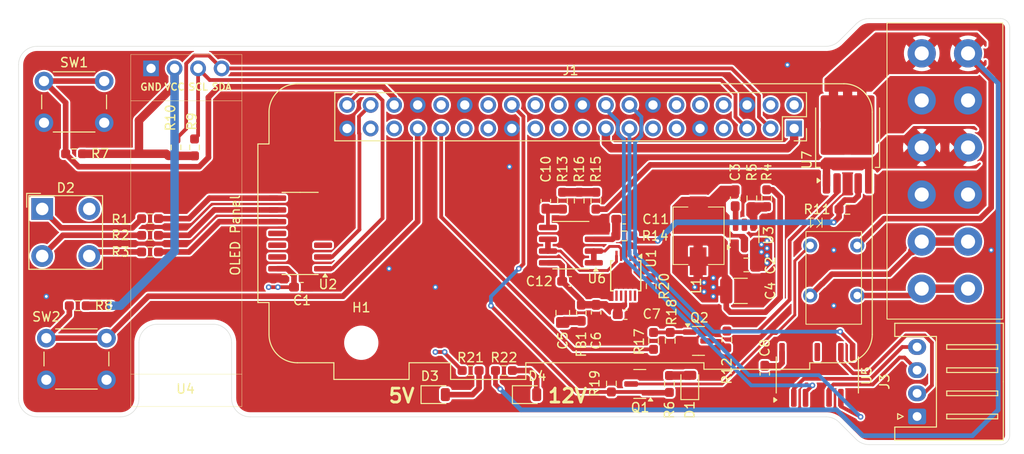
<source format=kicad_pcb>
(kicad_pcb (version 20240108) (generator "pcbnew") (generator_version "8.0")
  (layers (0 "F.Cu" signal) (1 "In1.Cu" signal) (2 "In2.Cu" signal) (31 "B.Cu" signal) (34 "B.Paste" user) (35 "F.Paste" user) (36 "B.SilkS" user "B.Silkscreen") (37 "F.SilkS" user "F.Silkscreen") (38 "B.Mask" user) (39 "F.Mask" user) (44 "Edge.Cuts" user))
  (net 0 "")
  (net 2 "/WDT_EN")
  (net 5 "/DRIVE_PS_EN")
  (net 18 "GND")
  (net 19 "+5V")
  (net 20 "+12V")
  (net 21 "Net-(U3-BST)")
  (net 22 "Net-(U3-SW)")
  (net 23 "+5VA")
  (net 24 "Net-(D1-A)")
  (net 25 "Net-(D2-RK)")
  (net 26 "Net-(D2-GK)")
  (net 27 "Net-(D2-BK)")
  (net 28 "Net-(Q1-D)")
  (net 29 "+12L")
  (net 30 "Net-(U2-BOUT)")
  (net 31 "Net-(U2-GOUT)")
  (net 32 "Net-(U2-ROUT)")
  (net 33 "Net-(U3-FB)")
  (net 34 "+3.3V")
  (net 35 "/ANA_MEAS_CURR")
  (net 36 "/ANA_MEAS_VOL")
  (net 45 "Net-(J3-Pin_3)")
  (net 46 "Net-(J3-Pin_4)")
  (net 47 "Net-(J3-Pin_2)")
  (net 49 "Net-(U6B-+)")
  (net 50 "Net-(U6A-+)")
  (net 51 "Net-(R13-Pad2)")
  (net 52 "Net-(Q2-B)")
  (net 53 "Net-(Q2-C)")
  (net 54 "/I_SENSE")
  (net 55 "Net-(U7-IN)")
  (net 56 "Net-(D3-A)")
  (net 57 "/BTN_1")
  (net 58 "/IN_LED_Y")
  (net 59 "/IN_LED_R")
  (net 60 "/IN_LED_G")
  (net 61 "/SPI_SCLK")
  (net 62 "/SPI_MOSI")
  (net 63 "/I2C_SCL")
  (net 64 "/BTN_2")
  (net 65 "/I2C_SDA")
  (net 66 "/WDT_P1")
  (net 67 "/WDT_P2")
  (net 68 "Net-(D4-A)")
  (net 69 "Net-(U1-ADDR)")
  (footprint "Resistor_SMD:R_0603_1608Metric_Pad0.98x0.95mm_HandSolder" (layer "F.Cu") (at 143 86.4 -90)
    (property "Reference" "R19")
    (property "Value" "0R")
  )
  (footprint "Button_Switch_THT:SW_PUSH_6mm_H8mm" (layer "F.Cu") (at 82 81.5)
    (property "Reference" "SW2")
    (property "Value" "SW_Push")
  )
  (footprint "Connector_JST:JST_XH_S4B-XH-A_1x04_P2.50mm_Horizontal" (layer "F.Cu") (at 176 89.96 90)
    (property "Reference" "J3")
    (property "Value" "Conn_01x04")
  )
  (footprint "LED_SMD:LED_0805_2012Metric" (layer "F.Cu") (at 134 87.6)
    (property "Reference" "D4")
    (property "Value" "LED")
  )
  (footprint "Resistor_SMD:R_0603_1608Metric_Pad0.98x0.95mm_HandSolder" (layer "F.Cu") (at 141.325 66.665 90)
    (property "Reference" "R15")
    (property "Value" "82k")
  )
  (footprint "LED_SMD:LED_0805_2012Metric" (layer "F.Cu") (at 151.4625 86.45 90)
    (property "Reference" "D1")
    (property "Value" "LED")
  )
  (footprint "Resistor_SMD:R_0603_1608Metric_Pad0.98x0.95mm_HandSolder" (layer "F.Cu") (at 137.725 66.665 90)
    (property "Reference" "R13")
    (property "Value" "1k5")
  )
  (footprint "Package_SO:TSSOP-10_3x3mm_P0.5mm" (layer "F.Cu") (at 144.55 74.77 -90)
    (property "Reference" "U1")
    (property "Value" "ADS1015IDGS")
  )
  (footprint "Package_TO_SOT_SMD:TSOT-23-6" (layer "F.Cu") (at 157.3625 70.4 90)
    (property "Reference" "U3")
    (property "Value" "AP62150WU")
  )
  (footprint "Capacitor_SMD:C_0603_1608Metric_Pad1.08x0.95mm_HandSolder" (layer "F.Cu") (at 138.55 75.37 180)
    (property "Reference" "C12")
    (property "Value" "100nF")
  )
  (footprint "Capacitor_SMD:C_0603_1608Metric_Pad1.08x0.95mm_HandSolder" (layer "F.Cu") (at 109.6 76 180)
    (property "Reference" "C1")
    (property "Value" "100nF")
  )
  (footprint "Resistor_SMD:R_0603_1608Metric_Pad0.98x0.95mm_HandSolder" (layer "F.Cu") (at 131.4 85 180)
    (property "Reference" "R22")
    (property "Value" "1k")
  )
  (footprint "Capacitor_SMD:C_0603_1608Metric_Pad1.08x0.95mm_HandSolder" (layer "F.Cu") (at 135.925 66.665 -90)
    (property "Reference" "C10")
    (property "Value" "100nF")
  )
  (footprint "Resistor_SMD:R_0603_1608Metric_Pad0.98x0.95mm_HandSolder" (layer "F.Cu") (at 127.8 85 180)
    (property "Reference" "R21")
    (property "Value" "220R")
  )
  (footprint "Resistor_SMD:R_0603_1608Metric_Pad0.98x0.95mm_HandSolder" (layer "F.Cu") (at 149.35 81.8 -90)
    (property "Reference" "R18")
    (property "Value" "33k")
  )
  (footprint "Package_TO_SOT_SMD:SOT-23" (layer "F.Cu") (at 146.0625 86.45 180)
    (property "Reference" "Q1")
    (property "Value" "DMN61D8LQ")
  )
  (footprint "athanniss-terminal:Terminal_Block_SERIES 4115_5.08_Spring_6POS" (layer "F.Cu") (at 179 63.46 180)
    (property "Reference" "J2" (hide yes))
    (property "Value" "Screw_Terminal_01x06")
  )
  (footprint "Resistor_SMD:R_0603_1608Metric_Pad0.98x0.95mm_HandSolder" (layer "F.Cu") (at 96 60.9125 90)
    (property "Reference" "R10")
    (property "Value" "4k7")
  )
  (footprint "Resistor_SMD:R_0603_1608Metric_Pad0.98x0.95mm_HandSolder" (layer "F.Cu") (at 139.525 66.665 -90)
    (property "Reference" "R16")
    (property "Value" "33k")
  )
  (footprint "Resistor_SMD:R_0603_1608Metric_Pad0.98x0.95mm_HandSolder" (layer "F.Cu") (at 149.2625 86.45 -90)
    (property "Reference" "R6")
    (property "Value" "220R")
  )
  (footprint "MountingHole:MountingHole_3.2mm_M3_DIN965" (layer "F.Cu") (at 116 82)
    (property "Reference" "H1")
    (property "Value" "MountingHole")
  )
  (footprint "Package_SO:SO-14_3.9x8.65mm_P1.27mm" (layer "F.Cu") (at 109.4 70.2 180)
    (property "Reference" "U2")
    (property "Value" "WS2801SO")
  )
  (footprint "Inductor_SMD:L_0603_1608Metric_Pad1.05x0.95mm_HandSolder" (layer "F.Cu") (at 139.75 78.77 90)
    (property "Reference" "FB1")
    (property "Value" "MMZ1608B121CTAH0")
  )
  (footprint "Resistor_SMD:R_0603_1608Metric_Pad0.98x0.95mm_HandSolder" (layer "F.Cu") (at 85 61.6)
    (property "Reference" "R7")
    (property "Value" "10k")
  )
  (footprint "athanniss-lcd:SSD1306-0.91-OLED-4pin-128x32" (layer "F.Cu") (at 91.115 88.885 90)
    (property "Reference" "U4")
    (property "Value" "~")
  )
  (footprint "Package_TO_SOT_SMD:TO-252-4" (layer "F.Cu") (at 168.5 59.76 90)
    (property "Reference" "U7")
    (property "Value" "BTS6143D")
  )
  (footprint "Resistor_SMD:R_0603_1608Metric_Pad0.98x0.95mm_HandSolder" (layer "F.Cu") (at 144.3875 70.465)
    (property "Reference" "R14")
    (property "Value" "1k5")
  )
  (footprint "Resistor_SMD:R_0603_1608Metric_Pad0.98x0.95mm_HandSolder" (layer "F.Cu") (at 155.4625 81.65 -90)
    (property "Reference" "R12")
    (property "Value" "33k")
  )
  (footprint "Resistor_SMD:R_0603_1608Metric_Pad0.98x0.95mm_HandSolder" (layer "F.Cu") (at 93.2 70.4 180)
    (property "Reference" "R2")
    (property "Value" "120R")
  )
  (footprint "Capacitor_SMD:C_1210_3225Metric_Pad1.33x2.70mm_HandSolder" (layer "F.Cu") (at 156.9625 76.4 180)
    (property "Reference" "C4")
    (property "Value" "22uF")
  )
  (footprint "Capacitor_SMD:C_0805_2012Metric_Pad1.18x1.45mm_HandSolder" (layer "F.Cu") (at 137.75 78.77 -90)
    (property "Reference" "C5")
    (property "Value" "10uF")
  )
  (footprint "Capacitor_SMD:C_0603_1608Metric_Pad1.08x0.95mm_HandSolder" (layer "F.Cu") (at 141.35 78.77 90)
    (property "Reference" "C6")
    (property "Value" "100nF")
  )
  (footprint "LED_SMD:LED_0805_2012Metric" (layer "F.Cu") (at 124.1375 87.6)
    (property "Reference" "D3")
    (property "Value" "LED")
  )
  (footprint "Resistor_SMD:R_0603_1608Metric_Pad0.98x0.95mm_HandSolder" (layer "F.Cu") (at 159.7625 66.4 -90)
    (property "Reference" "R4")
    (property "Value" "52.3k")
  )
  (footprint "Resistor_SMD:R_0603_1608Metric_Pad0.98x0.95mm_HandSolder" (layer "F.Cu") (at 147.55 81.8 90)
    (property "Reference" "R17")
    (property "Value" "33k")
  )
  (footprint "athaniss-device:Raspberry_Pi_Zero_Socketed_THT_FaceDown_MountingHoles_DupontStandoff_Model" (layer "F.Cu") (at 162.73 58.87 -90)
    (property "Reference" "J1")
    (property "Value" "Raspberry_Pi_2_3")
  )
  (footprint "Resistor_SMD:R_0603_1608Metric_Pad0.98x0.95mm_HandSolder" (layer "F.Cu") (at 147.3 75.9 90)
    (property "Reference" "R20")
    (property "Value" "0R")
  )
  (footprint "Resistor_SMD:R_0603_1608Metric_Pad0.98x0.95mm_HandSolder" (layer "F.Cu") (at 158.1625 66.4 90)
    (property "Reference" "R5")
    (property "Value" "10k")
  )
  (footprint "Capacitor_SMD:C_0603_1608Metric_Pad1.08x0.95mm_HandSolder" (layer "F.Cu") (at 144.3875 68.665 180)
    (property "Reference" "C11")
    (property "Value" "100nF")
  )
  (footprint "Resistor_SMD:R_0603_1608Metric_Pad0.98x0.95mm_HandSolder" (layer "F.Cu") (at 93.2 68.6 180)
    (property "Reference" "R1")
    (property "Value" "70R")
  )
  (footprint "Capacitor_SMD:C_0805_2012Metric_Pad1.18x1.45mm_HandSolder" (layer "F.Cu") (at 157.5625 73.6)
    (property "Reference" "C2")
    (property "Value" "10uF")
  )
  (footprint "Resistor_SMD:R_0603_1608Metric_Pad0.98x0.95mm_HandSolder" (layer "F.Cu") (at 85.4 78)
    (property "Reference" "R8")
    (property "Value" "10k")
  )
  (footprint "Button_Switch_THT:SW_PUSH_6mm_H8mm" (layer "F.Cu") (at 81.75 53.75)
    (property "Reference" "SW1")
    (property "Value" "SW_Push")
  )
  (footprint "athanniss-inductor:L_Wuerth_WE-LHMI-Typ" (layer "F.Cu") (at 152.3625 70.45 -90)
    (property "Reference" "L1")
    (property "Value" "3.3uH")
  )
  (footprint "Resistor_SMD:R_0603_1608Metric_Pad0.98x0.95mm_HandSolder" (layer "F.Cu") (at 93.2 72.2 180)
    (property "Reference" "R3")
    (property "Value" "120R")
  )
  (footprint "Resistor_SMD:R_0603_1608Metric_Pad0.98x0.95mm_HandSolder" (layer "F.Cu") (at 98 60.9125 90)
    (property "Reference" "R9")
    (property "Value" "4k7")
  )
  (footprint "Package_TO_SOT_SMD:SOT-23" (layer "F.Cu") (at 152.4 81.8)
    (property "Reference" "Q2")
    (property "Value" "MMBT3904")
  )
  (footprint "Package_SO:SOIC-14_3.9x8.7mm_P1.27mm" (layer "F.Cu") (at 165.23 85.475 90)
    (property "Reference" "U5")
    (property "Value" "SN74HCS125")
  )
  (footprint "athaniss-device:LED_BL-FL7680RGB" (layer "F.Cu") (at 81.555 67.555)
    (property "Reference" "D2")
    (property "Value" "LED_BGRA")
  )
  (footprint "Package_SO:SOIC-8_3.9x4.9mm_P1.27mm" (layer "F.Cu") (at 138.625 71.465 180)
    (property "Reference" "U6")
    (property "Value" "MCP602")
  )
  (footprint "Capacitor_SMD:C_0603_1608Metric_Pad1.08x0.95mm_HandSolder" (layer "F.Cu") (at 156.3625 66.4 90)
    (property "Reference" "C3")
    (property "Value" "100nF")
  )
  (footprint "athanniss-relay:IMB06CTS" (layer "F.Cu") (at 167 75 -90)
    (property "Reference" "K1")
    (property "Value" "Relay_SPST-NO")
  )
  (footprint "Resistor_SMD:R_0603_1608Metric_Pad0.98x0.95mm_HandSolder" (layer "F.Cu") (at 168.4875 67.6)
    (property "Reference" "R11")
    (property "Value" "33k")
  )
  (footprint "Capacitor_SMD:C_0603_1608Metric_Pad1.08x0.95mm_HandSolder" (layer "F.Cu") (at 144.55 78.97 180)
    (property "Reference" "C7")
    (property "Value" "100nF")
  )
  (footprint "Capacitor_SMD:C_0603_1608Metric_Pad1.08x0.95mm_HandSolder" (layer "F.Cu") (at 159.56 85.35 90)
    (property "Reference" "C8")
    (property "Value" "100nF")
  )
  (gr_arc (start 169.414214 47.585786) (mid 170.063062 47.15225) (end 170.828427 47) (stroke (width 0.05)) (layer "Edge.Cuts"))
  (gr_arc (start 185 47) (mid 185.707107 47.292893) (end 186 48) (stroke (width 0.05)) (layer "Edge.Cuts"))
  (gr_arc (start 100 80) (mid 101.414214 80.585786) (end 102 82) (stroke (width 0.05)) (layer "Edge.Cuts"))
  (gr_line (start 167.585787 90.585787) (end 169.414214 92.414214) (stroke (width 0.05)) (layer "Edge.Cuts"))
  (gr_arc (start 79 52) (mid 79.585786 50.585786) (end 81 50) (stroke (width 0.05)) (layer "Edge.Cuts"))
  (gr_line (start 104 90) (end 166.171573 90) (stroke (width 0.05)) (layer "Edge.Cuts"))
  (gr_arc (start 92 88) (mid 91.414214 89.414214) (end 90 90) (stroke (width 0.05)) (layer "Edge.Cuts"))
  (gr_line (start 81 50) (end 166.171573 50) (stroke (width 0.05)) (layer "Edge.Cuts"))
  (gr_arc (start 92 82) (mid 92.585786 80.585786) (end 94 80) (stroke (width 0.05)) (layer "Edge.Cuts"))
  (gr_line (start 94 80) (end 100 80) (stroke (width 0.05)) (layer "Edge.Cuts"))
  (gr_line (start 186 48) (end 186 92) (stroke (width 0.05)) (layer "Edge.Cuts"))
  (gr_arc (start 166.171573 90) (mid 166.936946 90.152232) (end 167.585787 90.585787) (stroke (width 0.05)) (layer "Edge.Cuts"))
  (gr_line (start 90 90) (end 81 90) (stroke (width 0.05)) (layer "Edge.Cuts"))
  (gr_line (start 170.828427 47) (end 185 47) (stroke (width 0.05)) (layer "Edge.Cuts"))
  (gr_arc (start 186 92) (mid 185.707107 92.707107) (end 185 93) (stroke (width 0.05)) (layer "Edge.Cuts"))
  (gr_arc (start 81 90) (mid 79.585786 89.414214) (end 79 88) (stroke (width 0.05)) (layer "Edge.Cuts"))
  (gr_arc (start 104 90) (mid 102.585786 89.414214) (end 102 88) (stroke (width 0.05)) (layer "Edge.Cuts"))
  (gr_line (start 167.585787 49.414213) (end 169.414214 47.585786) (stroke (width 0.05)) (layer "Edge.Cuts"))
  (gr_arc (start 167.585787 49.414213) (mid 166.936939 49.84775) (end 166.171573 50) (stroke (width 0.05)) (layer "Edge.Cuts"))
  (gr_line (start 102 82) (end 102 88) (stroke (width 0.05)) (layer "Edge.Cuts"))
  (gr_line (start 170.828427 93) (end 185 93) (stroke (width 0.05)) (layer "Edge.Cuts"))
  (gr_line (start 79 52) (end 79 88) (stroke (width 0.05)) (layer "Edge.Cuts"))
  (gr_line (start 92 88) (end 92 82) (stroke (width 0.05)) (layer "Edge.Cuts"))
  (gr_arc (start 170.828427 93) (mid 170.063055 92.847768) (end 169.414214 92.414214) (stroke (width 0.05)) (layer "Edge.Cuts"))
  (gr_text "12V" (at 136 88.6 0) (layer "F.SilkS") (effects (font (size 1.5 1.5) (thickness 0.3) (bold yes)) (justify left bottom)))
  (gr_text "5V" (at 118.8 88.6 0) (layer "F.SilkS") (effects (font (size 1.5 1.5) (thickness 0.3) (bold yes)) (justify left bottom)))
  (segment (start 132.25 56.33) (end 133.5032 57.5832) (width 0.4064) (layer "F.Cu") (net 2))
  (segment (start 143 87.3125) (end 146.9125 87.3125) (width 0.4064) (layer "F.Cu") (net 2))
  (segment (start 147 87.4) (end 149.225 87.4) (width 0.6096) (layer "F.Cu") (net 2))
  (segment (start 139.3125 87.3125) (end 143 87.3125) (width 0.4064) (layer "F.Cu") (net 2))
  (segment (start 133.5032 57.5832) (end 133.5032 73.4968) (width 0.4064) (layer "F.Cu") (net 2))
  (segment (start 130 78) (end 139.3125 87.3125) (width 0.4064) (layer "F.Cu") (net 2))
  (segment (start 149.225 87.4) (end 149.2625 87.3625) (width 0.6096) (layer "F.Cu") (net 2))
  (segment (start 133.5032 73.4968) (end 133 74) (width 0.4064) (layer "F.Cu") (net 2))
  (segment (start 146.9125 87.3125) (end 147 87.4) (width 0.4064) (layer "F.Cu") (net 2))
  (via (at 130 78) (size 0.6) (drill 0.3) (layers "F.Cu" "B.Cu") (net 2))
  (via (at 133 74) (size 0.6) (drill 0.3) (layers "F.Cu" "B.Cu") (net 2))
  (segment (start 130 77) (end 130 78) (width 0.4064) (layer "B.Cu") (net 2))
  (segment (start 133 74) (end 130 77) (width 0.4064) (layer "B.Cu") (net 2))
  (segment (start 138.911808 82.7125) (end 124.63 68.430692) (width 0.4064) (layer "F.Cu") (net 5))
  (segment (start 124.63 68.430692) (end 124.63 58.87) (width 0.4064) (layer "F.Cu") (net 5))
  (segment (start 147.55 82.7125) (end 138.911808 82.7125) (width 0.4064) (layer "F.Cu") (net 5))
  (via (at 167 78) (size 0.6) (drill 0.3) (layers "F.Cu" "B.Cu") (net 18))
  (via (at 167 72) (size 0.6) (drill 0.3) (layers "F.Cu" "B.Cu") (net 18))
  (via (at 82 77) (size 0.6) (drill 0.3) (layers "F.Cu" "B.Cu") (net 18))
  (via (at 184 72) (size 0.6) (drill 0.3) (layers "F.Cu" "B.Cu") (net 18))
  (via (at 124 76) (size 0.6) (drill 0.3) (layers "F.Cu" "B.Cu") (net 18))
  (via (at 132 63) (size 0.6) (drill 0.3) (layers "F.Cu" "B.Cu") (net 18))
  (via (at 162 52) (size 0.6) (drill 0.3) (layers "F.Cu" "B.Cu") (net 18))
  (via (at 119 74) (size 0.6) (drill 0.3) (layers "F.Cu" "B.Cu") (net 18))
  (segment (start 106.925 74.01) (end 108.01 74.01) (width 0.6096) (layer "F.Cu") (net 19))
  (segment (start 139.75 79.645) (end 137.9125 79.645) (width 0.9144) (layer "F.Cu") (net 19))
  (segment (start 137.9125 79.645) (end 137.75 79.8075) (width 0.9144) (layer "F.Cu") (net 19))
  (segment (start 108.01 74.01) (end 108.7375 74.7375) (width 0.6096) (layer "F.Cu") (net 19))
  (segment (start 155.825 78.7) (end 155.4 78.275) (width 0.6096) (layer "F.Cu") (net 19))
  (segment (start 108.7375 74.7375) (end 108.7375 76) (width 0.6096) (layer "F.Cu") (net 19))
  (segment (start 125 83.1125) (end 126.8875 85) (width 0.4064) (layer "F.Cu") (net 19))
  (segment (start 160.4125 65.4875) (end 161.225 66.3) (width 0.6096) (layer "F.Cu") (net 19))
  (segment (start 159.625 78.7) (end 155.825 78.7) (width 0.6096) (layer "F.Cu") (net 19))
  (segment (start 107 76) (end 108.7375 76) (width 0.4064) (layer "F.Cu") (net 19))
  (segment (start 161.2182 77.1068) (end 159.625 78.7) (width 0.6096) (layer "F.Cu") (net 19))
  (segment (start 124 83) (end 125 83) (width 0.4064) (layer "F.Cu") (net 19))
  (segment (start 161.225 66.3) (end 161.2182 66.3068) (width 0.6096) (layer "F.Cu") (net 19))
  (segment (start 159.7625 65.4875) (end 160.4125 65.4875) (width 0.6096) (layer "F.Cu") (net 19))
  (segment (start 155.4 78.275) (end 155.4 76.4) (width 0.6096) (layer "F.Cu") (net 19))
  (segment (start 161.2182 66.3068) (end 161.2182 77.1068) (width 0.6096) (layer "F.Cu") (net 19))
  (segment (start 106 76) (end 107 76) (width 0.4064) (layer "F.Cu") (net 19))
  (segment (start 125 83) (end 125 83.1125) (width 0.4064) (layer "F.Cu") (net 19))
  (via (at 154 77) (size 0.6) (drill 0.3) (layers "F.Cu" "B.Cu") (net 19))
  (via (at 124 83) (size 0.6) (drill 0.3) (layers "F.Cu" "B.Cu") (net 19))
  (via (at 153 75.5) (size 0.6) (drill 0.3) (layers "F.Cu" "B.Cu") (net 19))
  (via (at 106 76) (size 0.6) (drill 0.3) (layers "F.Cu" "B.Cu") (net 19))
  (via (at 107 76) (size 0.6) (drill 0.3) (layers "F.Cu" "B.Cu") (net 19))
  (via (at 154 75) (size 0.6) (drill 0.3) (layers "F.Cu" "B.Cu") (net 19))
  (via (at 152 76) (size 0.6) (drill 0.3) (layers "F.Cu" "B.Cu") (net 19))
  (via (at 153 76.5) (size 0.6) (drill 0.3) (layers "F.Cu" "B.Cu") (net 19))
  (via (at 154 76) (size 0.6) (drill 0.3) (layers "F.Cu" "B.Cu") (net 19))
  (via (at 125 83) (size 0.6) (drill 0.3) (layers "F.Cu" "B.Cu") (net 19))
  (segment (start 172.44 68.6) (end 182.8 68.6) (width 0.6096) (layer "F.Cu") (net 20))
  (segment (start 169.54 71.5) (end 172.44 68.6) (width 0.6096) (layer "F.Cu") (net 20))
  (segment (start 181.5 51.1) (end 181.5 50.76) (width 0.6096) (layer "F.Cu") (net 20))
  (segment (start 130.4875 86.4875) (end 131 87) (width 0.508) (layer "F.Cu") (net 20))
  (segment (start 184 53.6) (end 181.5 51.1) (width 0.6096) (layer "F.Cu") (net 20))
  (segment (start 182.8 68.6) (end 184 67.4) (width 0.6096) (layer "F.Cu") (net 20))
  (segment (start 184 67.4) (end 184 53.6) (width 0.6096) (layer "F.Cu") (net 20))
  (segment (start 130.4875 85) (end 130.4875 86.4875) (width 0.508) (layer "F.Cu") (net 20))
  (via (at 159.8 71) (size 0.6) (drill 0.3) (layers "F.Cu" "B.Cu") (net 20))
  (via (at 159.8 71.8) (size 0.6) (drill 0.3) (layers "F.Cu" "B.Cu") (net 20))
  (via (at 159.8 72.6) (size 0.6) (drill 0.3) (layers "F.Cu" "B.Cu") (net 20))
  (via (at 131 87) (size 0.6) (drill 0.3) (layers "F.Cu" "B.Cu") (net 20))
  (via (at 159.8 73.4) (size 0.6) (drill 0.3) (layers "F.Cu" "B.Cu") (net 20))
  (via (at 159.2 72.2) (size 0.6) (drill 0.3) (layers "F.Cu" "B.Cu") (net 20))
  (via (at 159.2 71.4) (size 0.6) (drill 0.3) (layers "F.Cu" "B.Cu") (net 20))
  (segment (start 131 87) (end 133.236179 89.236179) (width 0.508) (layer "B.Cu") (net 20))
  (segment (start 181.967635 92.032365) (end 184.754 89.246) (width 0.508) (layer "B.Cu") (net 20))
  (segment (start 170.138637 92.032365) (end 181.967635 92.032365) (width 0.508) (layer "B.Cu") (net 20))
  (segment (start 184.754 54.014) (end 181.5 50.76) (width 0.508) (layer "B.Cu") (net 20))
  (segment (start 133.236179 89.236179) (end 167.302497 89.236179) (width 0.508) (layer "B.Cu") (net 20))
  (segment (start 169.370272 91.264) (end 170.138637 92.032365) (width 0.508) (layer "B.Cu") (net 20))
  (segment (start 167.302497 89.236179) (end 169.330318 91.264) (width 0.508) (layer "B.Cu") (net 20))
  (segment (start 184.754 89.246) (end 184.754 54.014) (width 0.508) (layer "B.Cu") (net 20))
  (segment (start 169.330318 91.264) (end 169.370272 91.264) (width 0.508) (layer "B.Cu") (net 20))
  (segment (start 156.4125 67.3125) (end 156.3625 67.2625) (width 0.6096) (layer "F.Cu") (net 21))
  (segment (start 156.4125 69.2625) (end 156.4125 67.3125) (width 0.6096) (layer "F.Cu") (net 21))
  (segment (start 137.6875 73.6875) (end 137.6875 75.37) (width 0.6096) (layer "F.Cu") (net 23))
  (segment (start 136.15 73.37) (end 137.37 73.37) (width 0.6096) (layer "F.Cu") (net 23))
  (segment (start 137.37 73.37) (end 137.6875 73.6875) (width 0.6096) (layer "F.Cu") (net 23))
  (segment (start 139.75 77.4325) (end 139.75 77.895) (width 0.6096) (layer "F.Cu") (net 23))
  (segment (start 137.6875 75.37) (end 139.75 77.4325) (width 0.6096) (layer "F.Cu") (net 23))
  (segment (start 149.2625 85.5375) (end 151.4375 85.5375) (width 0.9144) (layer "F.Cu") (net 24))
  (segment (start 151.4375 85.5375) (end 151.4625 85.5125) (width 0.9144) (layer "F.Cu") (net 24))
  (segment (start 87.07 72.2) (end 86.635 72.635) (width 0.6096) (layer "F.Cu") (net 25))
  (segment (start 92.2875 72.2) (end 87.07 72.2) (width 0.6096) (layer "F.Cu") (net 25))
  (segment (start 83.79 70.4) (end 81.555 72.635) (width 0.6096) (layer "F.Cu") (net 26))
  (segment (start 92.2875 70.4) (end 83.79 70.4) (width 0.6096) (layer "F.Cu") (net 26))
  (segment (start 83.5904 69.5904) (end 81.555 67.555) (width 0.6096) (layer "F.Cu") (net 27))
  (segment (start 92.2875 68.6) (end 91.2971 69.5904) (width 0.6096) (layer "F.Cu") (net 27))
  (segment (start 91.2971 69.5904) (end 83.5904 69.5904) (width 0.6096) (layer "F.Cu") (net 27))
  (segment (start 145.125 86.45) (end 154.95 86.45) (width 0.3048) (layer "F.Cu") (net 28))
  (segment (start 162.8 73.16) (end 164.46 71.5) (width 0.3048) (layer "F.Cu") (net 28))
  (segment (start 160.4 81) (end 160.8 81) (width 0.3048) (layer "F.Cu") (net 28))
  (segment (start 154.95 86.45) (end 160.4 81) (width 0.3048) (layer "F.Cu") (net 28))
  (segment (start 162.8 79) (end 162.8 73.16) (width 0.3048) (layer "F.Cu") (net 28))
  (segment (start 160.8 81) (end 162.8 79) (width 0.3048) (layer "F.Cu") (net 28))
  (segment (start 141.325 67.5775) (end 142.4225 67.5775) (width 0.6096) (layer "F.Cu") (net 29))
  (segment (start 147.2 62.8) (end 165.8 62.8) (width 0.6096) (layer "F.Cu") (net 29))
  (segment (start 165.8 62.8) (end 166.22 63.22) (width 0.6096) (layer "F.Cu") (net 29))
  (segment (start 142.4225 67.5775) (end 147.2 62.8) (width 0.6096) (layer "F.Cu") (net 29))
  (segment (start 166.22 63.22) (end 166.22 64.8) (width 0.6096) (layer "F.Cu") (net 29))
  (segment (start 99.61 66.39) (end 106.925 66.39) (width 0.6096) (layer "F.Cu") (net 30))
  (segment (start 97.4 68.6) (end 99.61 66.39) (width 0.6096) (layer "F.Cu") (net 30))
  (segment (start 94.1125 68.6) (end 97.4 68.6) (width 0.6096) (layer "F.Cu") (net 30))
  (segment (start 94.1125 70.4) (end 97.4 70.4) (width 0.6096) (layer "F.Cu") (net 31))
  (segment (start 97.4 70.4) (end 100.14 67.66) (width 0.6096) (layer "F.Cu") (net 31))
  (segment (start 100.14 67.66) (end 106.925 67.66) (width 0.6096) (layer "F.Cu") (net 31))
  (segment (start 94.1125 72.2) (end 97.4 72.2) (width 0.6096) (layer "F.Cu") (net 32))
  (segment (start 100.67 68.93) (end 106.925 68.93) (width 0.6096) (layer "F.Cu") (net 32))
  (segment (start 97.4 72.2) (end 100.67 68.93) (width 0.6096) (layer "F.Cu") (net 32))
  (segment (start 143 61) (end 142.41 60.41) (width 0.9144) (layer "F.Cu") (net 34))
  (segment (start 161.42 84.18) (end 161.42 83) (width 0.6096) (layer "F.Cu") (net 34))
  (segment (start 162.73 60.27) (end 162 61) (width 0.9144) (layer "F.Cu") (net 34))
  (segment (start 95.845 54.155) (end 92 58) (width 0.9144) (layer "F.Cu") (net 34))
  (segment (start 96 61.825) (end 98 61.825) (width 0.9144) (layer "F.Cu") (net 34))
  (segment (start 92 61.6) (end 85.9125 61.6) (width 0.9144) (layer "F.Cu") (net 34))
  (segment (start 95.845 52.385) (end 95.845 54.155) (width 0.9144) (layer "F.Cu") (net 34))
  (segment (start 96 61.825) (end 95.175 61.825) (width 0.9144) (layer "F.Cu") (net 34))
  (segment (start 92 58) (end 92 61.6) (width 0.9144) (layer "F.Cu") (net 34))
  (segment (start 142.41 60.41) (end 142.41 58.87) (width 0.9144) (layer "F.Cu") (net 34))
  (segment (start 161.1125 84.4875) (end 161.42 84.18) (width 0.6096) (layer "F.Cu") (net 34))
  (segment (start 162 61) (end 143 61) (width 0.9144) (layer "F.Cu") (net 34))
  (segment (start 162.73 58.87) (end 162.73 60.27) (width 0.9144) (layer "F.Cu") (net 34))
  (segment (start 159.56 84.4875) (end 161.1125 84.4875) (width 0.6096) (layer "F.Cu") (net 34))
  (segment (start 86.3125 78) (end 89 78) (width 0.9144) (layer "F.Cu") (net 34))
  (segment (start 94.95 61.6) (end 92 61.6) (width 0.9144) (layer "F.Cu") (net 34))
  (segment (start 95.175 61.825) (end 94.95 61.6) (width 0.9144) (layer "F.Cu") (net 34))
  (via (at 89 78) (size 0.6) (drill 0.3) (layers "F.Cu" "B.Cu") (net 34))
  (segment (start 95.845 52.385) (end 95.845 72.155) (width 0.9144) (layer "B.Cu") (net 34))
  (segment (start 95.845 72.155) (end 90 78) (width 0.9144) (layer "B.Cu") (net 34))
  (segment (start 90 78) (end 89 78) (width 0.9144) (layer "B.Cu") (net 34))
  (segment (start 142.3 72.1) (end 142.8 71.6) (width 0.3048) (layer "F.Cu") (net 35))
  (segment (start 141.1 73.37) (end 141.1 72.1) (width 0.6096) (layer "F.Cu") (net 35))
  (segment (start 141.1 72.1) (end 142.3 72.1) (width 0.3048) (layer "F.Cu") (net 35))
  (segment (start 144.0548 71.8548) (end 144.0548 72.62) (width 0.3048) (layer "F.Cu") (net 35))
  (segment (start 142.8 71.6) (end 143.8 71.6) (width 0.3048) (layer "F.Cu") (net 35))
  (segment (start 143.8 71.6) (end 144.0548 71.8548) (width 0.3048) (layer "F.Cu") (net 35))
  (segment (start 137.5 72.1) (end 136.15 72.1) (width 0.3048) (layer "F.Cu") (net 36))
  (segment (start 143.55 72.62) (end 143.55 73.25) (width 0.3048) (layer "F.Cu") (net 36))
  (segment (start 136.15 72.1) (end 136.15 70.83) (width 0.6096) (layer "F.Cu") (net 36))
  (segment (start 143.55 73.25) (end 142.6 74.2) (width 0.3048) (layer "F.Cu") (net 36))
  (segment (start 139.6 74.2) (end 137.5 72.1) (width 0.3048) (layer "F.Cu") (net 36))
  (segment (start 142.6 74.2) (end 139.6 74.2) (width 0.3048) (layer "F.Cu") (net 36))
  (segment (start 166.5 86.975001) (end 166.975001 86.5) (width 0.4064) (layer "F.Cu") (net 45))
  (segment (start 171.21516 86.5) (end 174.11516 83.6) (width 0.4064) (layer "F.Cu") (net 45))
  (segment (start 166.975001 86.5) (end 171.21516 86.5) (width 0.4064) (layer "F.Cu") (net 45))
  (segment (start 166.5 87.95) (end 166.5 86.975001) (width 0.4064) (layer "F.Cu") (net 45))
  (segment (start 174.64 83.6) (end 176 84.96) (width 0.4064) (layer "F.Cu") (net 45))
  (segment (start 174.11516 83.6) (end 174.64 83.6) (width 0.4064) (layer "F.Cu") (net 45))
  (segment (start 176 82.46) (end 174.39758 82.46) (width 0.4064) (layer "F.Cu") (net 46))
  (segment (start 162.69 86.975001) (end 162.69 87.95) (width 0.4064) (layer "F.Cu") (net 46))
  (segment (start 174.39758 82.46) (end 170.96398 85.8936) (width 0.4064) (layer "F.Cu") (net 46))
  (segment (start 163.771401 85.8936) (end 162.69 86.975001) (width 0.4064) (layer "F.Cu") (net 46))
  (segment (start 170.96398 85.8936) (end 163.771401 85.8936) (width 0.4064) (layer "F.Cu") (net 46))
  (segment (start 169.082201 85.2872) (end 167.77 83.974999) (width 0.4064) (layer "F.Cu") (net 47))
  (segment (start 170.7128 85.2872) (end 169.082201 85.2872) (width 0.4064) (layer "F.Cu") (net 47))
  (segment (start 174.7932 81.2068) (end 170.7128 85.2872) (width 0.4064) (layer "F.Cu") (net 47))
  (segment (start 176.8068 81.2068) (end 174.7932 81.2068) (width 0.4064) (layer "F.Cu") (net 47))
  (segment (start 177.6 82) (end 176.8068 81.2068) (width 0.4064) (layer "F.Cu") (net 47))
  (segment (start 167.77 83.974999) (end 167.77 83) (width 0.4064) (layer "F.Cu") (net 47))
  (segment (start 177.6 86.6) (end 177.6 82) (width 0.4064) (layer "F.Cu") (net 47))
  (segment (start 176.74 87.46) (end 177.6 86.6) (width 0.4064) (layer "F.Cu") (net 47))
  (segment (start 176 87.46) (end 176.74 87.46) (width 0.4064) (layer "F.Cu") (net 47))
  (segment (start 136.15 69.56) (end 136.15 67.7525) (width 0.4064) (layer "F.Cu") (net 49))
  (segment (start 135.975 67.5775) (end 135.925 67.5275) (width 0.9144) (layer "F.Cu") (net 49))
  (segment (start 136.15 67.7525) (end 135.925 67.5275) (width 0.4064) (layer "F.Cu") (net 49))
  (segment (start 137.725 67.5775) (end 135.975 67.5775) (width 0.9144) (layer "F.Cu") (net 49))
  (segment (start 143.525 70.415) (end 143.475 70.465) (width 0.9144) (layer "F.Cu") (net 50))
  (segment (start 143.525 68.665) (end 143.525 70.415) (width 0.9144) (layer "F.Cu") (net 50))
  (segment (start 143.11 70.83) (end 143.475 70.465) (width 0.6096) (layer "F.Cu") (net 50))
  (segment (start 141.1 70.83) (end 143.11 70.83) (width 0.6096) (layer "F.Cu") (net 50))
  (segment (start 137.725 65.7525) (end 139.525 65.7525) (width 0.9144) (layer "F.Cu") (net 51))
  (segment (start 139.525 65.7525) (end 141.325 65.7525) (width 0.9144) (layer "F.Cu") (net 51))
  (segment (start 151.4625 80.85) (end 149.3875 80.85) (width 0.4064) (layer "F.Cu") (net 52))
  (segment (start 149.3875 80.85) (end 149.35 80.8875) (width 0.4064) (layer "F.Cu") (net 52))
  (segment (start 149.35 80.8875) (end 147.55 80.8875) (width 0.4064) (layer "F.Cu") (net 52))
  (segment (start 153.3375 81.8) (end 154.7 81.8) (width 0.4064) (layer "F.Cu") (net 53))
  (segment (start 154.7 81.8) (end 155.4625 82.5625) (width 0.4064) (layer "F.Cu") (net 53))
  (segment (start 145.835 71) (end 145.3 70.465) (width 0.6096) (layer "F.Cu") (net 54))
  (segment (start 148 71) (end 145.835 71) (width 0.6096) (layer "F.Cu") (net 54))
  (segment (start 167.575 67.225) (end 167.575 67.6) (width 0.6096) (layer "F.Cu") (net 54))
  (segment (start 168.2 66.6) (end 167.575 67.225) (width 0.6096) (layer "F.Cu") (net 54))
  (segment (start 169.2 66.6) (end 168.2 66.6) (width 0.6096) (layer "F.Cu") (net 54))
  (segment (start 169.64 66.16) (end 169.2 66.6) (width 0.6096) (layer "F.Cu") (net 54))
  (segment (start 167.575 68.425) (end 167 69) (width 0.6096) (layer "F.Cu") (net 54))
  (segment (start 169.64 64.8) (end 169.64 66.16) (width 0.6096) (layer "F.Cu") (net 54))
  (segment (start 167.575 67.6) (end 167.575 68.425) (width 0.6096) (layer "F.Cu") (net 54))
  (via (at 148 71) (size 0.6) (drill 0.3) (layers "F.Cu" "B.Cu") (net 54))
  (via (at 167 69) (size 0.6) (drill 0.3) (layers "F.Cu" "B.Cu") (net 54))
  (segment (start 167 69) (end 150 69) (width 0.6096) (layer "B.Cu") (net 54))
  (segment (start 150 69) (end 148 71) (width 0.6096) (layer "B.Cu") (net 54))
  (segment (start 162.2444 77.3556) (end 162.2444 70.9556) (width 0.4064) (layer "F.Cu") (net 55))
  (segment (start 158.8625 80.7375) (end 162.2444 77.3556) (width 0.4064) (layer "F.Cu") (net 55))
  (segment (start 162.2444 70.9556) (end 167.36 65.84) (width 0.4064) (layer "F.Cu") (net 55))
  (segment (start 155.4625 80.7375) (end 158.8625 80.7375) (width 0.4064) (layer "F.Cu") (net 55))
  (segment (start 167.36 65.84) (end 167.36 64.8) (width 0.4064) (layer "F.Cu") (net 55))
  (segment (start 125.075 87.6) (end 128 87.6) (width 0.6096) (layer "F.Cu") (net 56))
  (segment (start 128.7125 86.8875) (end 128.7125 85) (width 0.6096) (layer "F.Cu") (net 56))
  (segment (start 128 87.6) (end 128.7125 86.8875) (width 0.6096) (layer "F.Cu") (net 56))
  (segment (start 118.3688 54.3688) (end 119.55 55.55) (width 0.6096) (layer "F.Cu") (net 57))
  (segment (start 119.55 55.55) (end 119.55 56.33) (width 0.6096) (layer "F.Cu") (net 57))
  (segment (start 84.0875 56.0875) (end 81.75 53.75) (width 0.6096) (layer "F.Cu") (net 57))
  (segment (start 84.0875 61.6) (end 84.0875 56.0875) (width 0.6096) (layer "F.Cu") (net 57))
  (segment (start 99.5 62) (end 99.5 55.5) (width 0.6096) (layer "F.Cu") (net 57))
  (segment (start 100.6312 54.3688) (end 118.3688 54.3688) (width 0.6096) (layer "F.Cu") (net 57))
  (segment (start 84.0875 61.6) (end 85.4875 63) (width 0.6096) (layer "F.Cu") (net 57))
  (segment (start 85.4875 63) (end 98.5 63) (width 0.6096) (layer "F.Cu") (net 57))
  (segment (start 98.5 63) (end 99.5 62) (width 0.6096) (layer "F.Cu") (net 57))
  (segment (start 99.5 55.5) (end 100.6312 54.3688) (width 0.6096) (layer "F.Cu") (net 57))
  (segment (start 81.75 53.75) (end 88.25 53.75) (width 0.6096) (layer "F.Cu") (net 57))
  (segment (start 169.04 82.14) (end 169.04 83) (width 0.4064) (layer "F.Cu") (net 58))
  (segment (start 167.7 80.8) (end 169.04 82.14) (width 0.4064) (layer "F.Cu") (net 58))
  (via (at 167.7 80.8) (size 0.6) (drill 0.3) (layers "F.Cu" "B.Cu") (net 58))
  (segment (start 154.01516 80.8) (end 167.7 80.8) (width 0.4064) (layer "B.Cu") (net 58))
  (segment (start 145.5564 60.3436) (end 145.5564 72.34124) (width 0.4064) (layer "B.Cu") (net 58))
  (segment (start 146.2368 57.6168) (end 146.2368 59.6632) (width 0.4064) (layer "B.Cu") (net 58))
  (segment (start 146.2368 59.6632) (end 145.5564 60.3436) (width 0.4064) (layer "B.Cu") (net 58))
  (segment (start 144.95 56.33) (end 146.2368 57.6168) (width 0.4064) (layer "B.Cu") (net 58))
  (segment (start 145.5564 72.34124) (end 154.01516 80.8) (width 0.4064) (layer "B.Cu") (net 58))
  (segment (start 163.96 87.338873) (end 163.96 87.95) (width 0.4064) (layer "F.Cu") (net 59))
  (segment (start 164.702073 86.5968) (end 163.96 87.338873) (width 0.4064) (layer "F.Cu") (net 59))
  (via (at 164.702073 86.5968) (size 0.6) (drill 0.3) (layers "F.Cu" "B.Cu") (net 59))
  (segment (start 144.3436 60.035893) (end 144.3436 72.8436) (width 0.4064) (layer "B.Cu") (net 59))
  (segment (start 142.41 56.81) (end 143.6968 58.0968) (width 0.4064) (layer "B.Cu") (net 59))
  (segment (start 143.6968 58.0968) (end 143.6968 59.389093) (width 0.4064) (layer "B.Cu") (net 59))
  (segment (start 158.0968 86.5968) (end 164.702073 86.5968) (width 0.4064) (layer "B.Cu") (net 59))
  (segment (start 142.41 56.33) (end 142.41 56.81) (width 0.4064) (layer "B.Cu") (net 59))
  (segment (start 143.6968 59.389093) (end 144.3436 60.035893) (width 0.4064) (layer "B.Cu") (net 59))
  (segment (start 144.3436 72.8436) (end 158.0968 86.5968) (width 0.4064) (layer "B.Cu") (net 59))
  (segment (start 169.9 90) (end 167.77 88.87) (width 0.4064) (layer "F.Cu") (net 60))
  (segment (start 167.77 88.87) (end 167.77 87.95) (width 0.4064) (layer "F.Cu") (net 60))
  (via (at 169.9 90) (size 0.6) (drill 0.3) (layers "F.Cu" "B.Cu") (net 60))
  (segment (start 144.95 72.59242) (end 144.95 58.87) (width 0.4064) (layer "B.Cu") (net 60))
  (segment (start 169.9 90) (end 165.400252 85.500252) (width 0.4064) (layer "B.Cu") (net 60))
  (segment (start 165.400252 85.500252) (end 157.857832 85.500252) (width 0.4064) (layer "B.Cu") (net 60))
  (segment (start 157.857832 85.500252) (end 144.95 72.59242) (width 0.4064) (layer "B.Cu") (net 60))
  (segment (start 115.7232 55.0768) (end 114.47 56.33) (width 0.4064) (layer "F.Cu") (net 61))
  (segment (start 117.529093 55.0768) (end 115.7232 55.0768) (width 0.4064) (layer "F.Cu") (net 61))
  (segment (start 118.2968 68.563199) (end 118.2968 55.844507) (width 0.4064) (layer "F.Cu") (net 61))
  (segment (start 111.875 74.01) (end 112.849999 74.01) (width 0.4064) (layer "F.Cu") (net 61))
  (segment (start 112.849999 74.01) (end 118.2968 68.563199) (width 0.4064) (layer "F.Cu") (net 61))
  (segment (start 118.2968 55.844507) (end 117.529093 55.0768) (width 0.4064) (layer "F.Cu") (net 61))
  (segment (start 115.8 59.432293) (end 115.7568 59.389093) (width 0.4064) (layer "F.Cu") (net 62))
  (segment (start 112.849999 72.74) (end 115.8 69.789999) (width 0.4064) (layer "F.Cu") (net 62))
  (segment (start 111.875 72.74) (end 112.849999 72.74) (width 0.4064) (layer "F.Cu") (net 62))
  (segment (start 115.8 69.789999) (end 115.8 59.432293) (width 0.4064) (layer "F.Cu") (net 62))
  (segment (start 115.7568 57.5832) (end 117.01 56.33) (width 0.4064) (layer "F.Cu") (net 62))
  (segment (start 115.7568 59.389093) (end 115.7568 57.5832) (width 0.4064) (layer "F.Cu") (net 62))
  (segment (start 98.385 52.385) (end 99.6382 53.6382) (width 0.4064) (layer "F.Cu") (net 63))
  (segment (start 98.385 59.615) (end 98 60) (width 0.4064) (layer "F.Cu") (net 63))
  (segment (start 98.385 52.385) (end 98.385 59.615) (width 0.4064) (layer "F.Cu") (net 63))
  (segment (start 156.3968 55.1968) (end 156.3968 57.6168) (width 0.4064) (layer "F.Cu") (net 63))
  (segment (start 156.3968 57.6168) (end 157.65 58.87) (width 0.4064) (layer "F.Cu") (net 63))
  (segment (start 154.8382 53.6382) (end 156.3968 55.1968) (width 0.4064) (layer "F.Cu") (net 63))
  (segment (start 99.6382 53.6382) (end 154.8382 53.6382) (width 0.4064) (layer "F.Cu") (net 63))
  (segment (start 84.4875 79.0125) (end 82 81.5) (width 0.6096) (layer "F.Cu") (net 64))
  (segment (start 122.09 68.91) (end 122.09 58.87) (width 0.6096) (layer "F.Cu") (net 64))
  (segment (start 93.0202 76.9798) (end 114.0202 76.9798) (width 0.6096) (layer "F.Cu") (net 64))
  (segment (start 88.5 81.5) (end 93.0202 76.9798) (width 0.6096) (layer "F.Cu") (net 64))
  (segment (start 114.0202 76.9798) (end 122.09 68.91) (width 0.6096) (layer "F.Cu") (net 64))
  (segment (start 84.4875 78) (end 84.4875 79.0125) (width 0.6096) (layer "F.Cu") (net 64))
  (segment (start 82 81.5) (end 88.5 81.5) (width 0.6096) (layer "F.Cu") (net 64))
  (segment (start 97.0982 51.865907) (end 97.0982 58.9018) (width 0.4064) (layer "F.Cu") (net 65))
  (segment (start 100.925 52.385) (end 99.54 51) (width 0.4064) (layer "F.Cu") (net 65))
  (segment (start 100.925 52.385) (end 155.985 52.385) (width 0.4064) (layer "F.Cu") (net 65))
  (segment (start 155.985 52.385) (end 158.9368 55.3368) (width 0.4064) (layer "F.Cu") (net 65))
  (segment (start 97.964107 51) (end 97.0982 51.865907) (width 0.4064) (layer "F.Cu") (net 65))
  (segment (start 158.9368 57.6168) (end 160.19 58.87) (width 0.4064) (layer "F.Cu") (net 65))
  (segment (start 158.9368 55.3368) (end 158.9368 57.6168) (width 0.4064) (layer "F.Cu") (net 65))
  (segment (start 97.0982 58.9018) (end 96 60) (width 0.4064) (layer "F.Cu") (net 65))
  (segment (start 99.54 51) (end 97.964107 51) (width 0.4064) (layer "F.Cu") (net 65))
  (segment (start 172.98 74.6) (end 176.5 71.08) (width 0.6096) (layer "F.Cu") (net 66))
  (segment (start 176.5 71.08) (end 181.5 71.08) (width 0.9144) (layer "F.Cu") (net 66))
  (segment (start 165.7668 75.6332) (end 166.8 74.6) (width 0.6096) (layer "F.Cu") (net 66))
  (segment (start 166.8 74.6) (end 172.98 74.6) (width 0.6096) (layer "F.Cu") (net 66))
  (segment (start 165.7268 75.6332) (end 165.7668 75.6332) (width 0.6096) (layer "F.Cu") (net 66))
  (segment (start 164.46 76.9) (end 165.7268 75.6332) (width 0.6096) (layer "F.Cu") (net 66))
  (segment (start 175.48 72.1) (end 176.5 71.08) (width 0.9144) (layer "F.Cu") (net 66))
  (segment (start 176.5 76.16) (end 181.5 76.16) (width 0.9144) (layer "F.Cu") (net 67))
  (segment (start 175.76 76.9) (end 176.5 76.16) (width 0.6096) (layer "F.Cu") (net 67))
  (segment (start 175.74 75.4) (end 176.5 76.16) (width 0.9144) (layer "F.Cu") (net 67))
  (segment (start 169.54 76.9) (end 175.76 76.9) (width 0.6096) (layer "F.Cu") (net 67))
  (segment (start 134.2 85) (end 132.3125 85) (width 0.6096) (layer "F.Cu") (net 68))
  (segment (start 134.9375 85.7375) (end 134.2 85) (width 0.6096) (layer "F.Cu") (net 68))
  (segment (start 134.9375 87.6) (end 134.9375 85.7375) (width 0.6096) (layer "F.Cu") (net 68))
  (segment (start 146.2 75) (end 146.2125 74.9875) (width 0.3048) (layer "F.Cu") (net 69))
  (segment (start 145.55 72.62) (end 145.55 74.35) (width 0.3048) (layer "F.Cu") (net 69))
  (segment (start 145.55 74.35) (end 146.2 75) (width 0.3048) (layer "F.Cu") (net 69))
  (segment (start 146.2125 74.9875) (end 147.3 74.9875) (width 0.3048) (layer "F.Cu") (net 69))
  (zone (net 18) (net_name "GND") (layer "F.Cu") (priority 1) (connect_pads yes (clearance 0.1)) (min_thickness 0.1) (fill yes (thermal_gap 0.2) (thermal_bridge_width 1))
    (polygon (pts (xy 78 47) (xy 186 47) (xy 186 93) (xy 78 93)))
  )
  (zone (net 20) (net_name "+12V") (layer "F.Cu") (priority 2) (connect_pads yes (clearance 0.1)) (min_thickness 0.1) (fill yes (thermal_gap 0.2) (thermal_bridge_width 1))
    (polygon (pts (xy 158.1625 74.25) (xy 159.5625 74.25) (xy 160.3625 73.45) (xy 160.3625 71.25) (xy 159.7625 70.65) (xy 158.3625 70.65) (xy 157.9625 71.05) (xy 157.9625 74.05)))
  )
  (zone (net 19) (net_name "+5V") (layer "F.Cu") (priority 2) (connect_pads (clearance 0.1)) (min_thickness 0.25) (fill yes (thermal_gap 0.2) (thermal_bridge_width 1))
    (polygon (pts (xy 149.5625 70.45) (xy 149.5625 74.45) (xy 152.7625 77.65) (xy 155.9625 77.65) (xy 155.9625 75.05) (xy 155.5625 74.65) (xy 155.5625 71.05) (xy 154.9625 70.45)))
  )
  (zone (net 29) (net_name "+12L") (layer "F.Cu") (priority 1) (connect_pads (clearance 0.1)) (min_thickness 0.25) (fill yes (thermal_gap 0.5) (thermal_bridge_width 2))
    (polygon (pts (xy 170.2 65.8) (xy 170.4 66) (xy 171.2 66) (xy 171.4 65.8) (xy 171.4 64) (xy 172.2 63.2) (xy 182.4 63.2) (xy 183.4 62.2) (xy 183.4 59.8) (xy 182.2 58.6) (xy 175.6 58.6) (xy 174.6 59.6) (xy 172.8 59.6) (xy 171.8 60.6) (xy 171.8 61.4) (xy 171.2 62) (xy 166 62) (xy 165.6 62.4) (xy 165.6 65.8) (xy 165.8 66) (xy 166.6 66) (xy 166.8 65.8) (xy 166.8 63.6) (xy 167 63.4) (xy 170 63.4) (xy 170.2 63.6)))
  )
  (zone (net 23) (net_name "+5VA") (layer "F.Cu") (priority 2) (connect_pads (clearance 0.1)) (min_thickness 0.25) (fill yes (thermal_gap 0.2) (thermal_bridge_width 1))
    (polygon (pts (xy 139.3 78.1) (xy 139.5 78.3) (xy 142.1 78.3) (xy 143.1 79.3) (xy 144.1 79.3) (xy 144.5 78.9) (xy 144.5 78.3) (xy 144.7 78.1) (xy 144.7 76.3) (xy 144.5 76.3) (xy 144.5 77.3) (xy 144.1 77.7) (xy 142.7 77.7) (xy 142.5 77.5) (xy 139.5 77.5) (xy 139.3 77.7)))
  )
  (zone (net 22) (net_name "Net-(U3-SW)") (layer "F.Cu") (priority 1) (connect_pads thru_hole_only (clearance 0.1)) (min_thickness 0.25) (fill yes (thermal_gap 0.2) (thermal_bridge_width 1))
    (polygon (pts (xy 149.5625 70.45) (xy 149.5625 67.25) (xy 150.5625 66.25) (xy 153.5625 66.25) (xy 154.7625 65.05) (xy 156.7625 65.05) (xy 156.7625 66.25) (xy 156.5625 66.45) (xy 155.7625 66.45) (xy 155.3625 66.85) (xy 155.3625 67.85) (xy 155.7625 68.25) (xy 155.7625 69.85) (xy 156.1625 70.25) (xy 157.3625 70.25) (xy 157.7625 70.65) (xy 157.7625 72.05) (xy 157.5625 72.25) (xy 157.1625 72.25) (xy 156.9625 72.05) (xy 156.9625 70.85) (xy 156.7625 70.65) (xy 155.3625 70.65) (xy 155.1625 70.45)))
  )
  (zone (net 20) (net_name "+12V") (layer "F.Cu") (priority 1) (connect_pads (clearance 0.1)) (min_thickness 0.25) (fill yes (thermal_gap 0.4) (thermal_bridge_width 1))
    (polygon (pts (xy 166 61.5) (xy 171 61.5) (xy 171 55) (xy 173 53) (xy 182.5 53) (xy 183.5 52) (xy 183.5 49.5) (xy 182.5 48.5) (xy 171.5 48.5) (xy 166 53.5)))
  )
  (zone (net 33) (net_name "Net-(U3-FB)") (layer "F.Cu") (priority 3) (connect_pads yes (clearance 0.1)) (min_thickness 0.1) (fill yes (thermal_gap 0.2) (thermal_bridge_width 1))
    (polygon (pts (xy 157.5625 68.25) (xy 157.9625 68.65) (xy 157.9625 69.65) (xy 158.1625 69.85) (xy 158.5625 69.85) (xy 158.7625 69.65) (xy 158.7625 68.25) (xy 159.1625 67.85) (xy 159.7625 67.85) (xy 159.9625 67.65) (xy 159.9625 67.05) (xy 159.7625 66.85) (xy 157.7625 66.85) (xy 157.5625 67.05)))
  )
)
</source>
